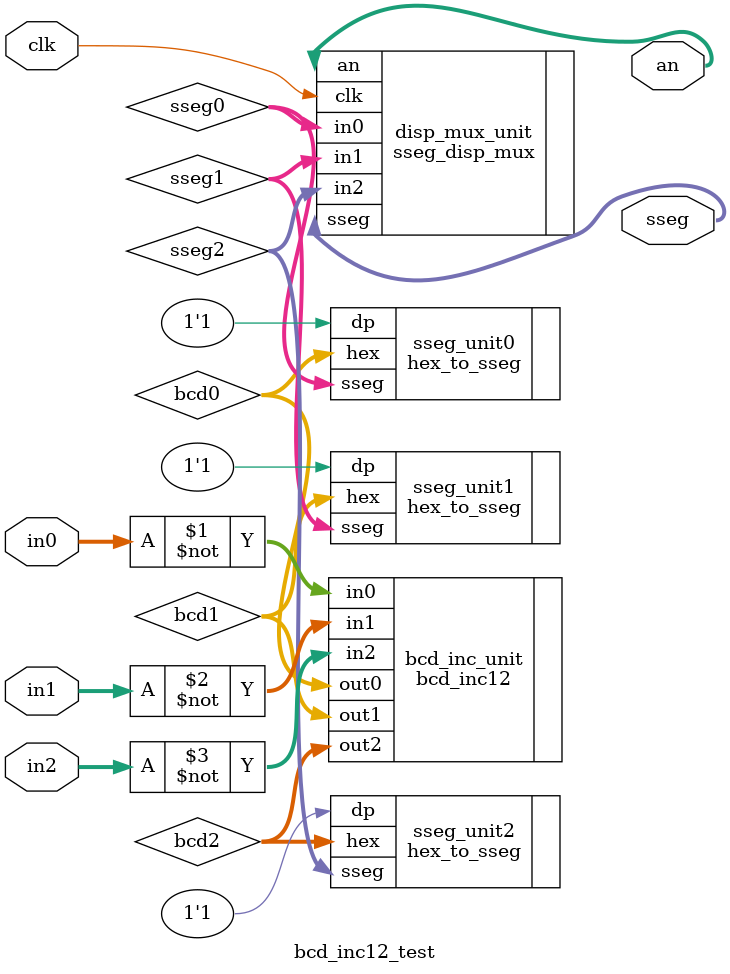
<source format=v>
`timescale 1ns / 1ps

module bcd_inc12_test(
    input clk,
    input [3:0] in0,
    input [3:0] in1,
    input [3:0] in2,
    output [2:0] an,
    output [7:0] sseg
    );

	wire [3:0] bcd0, bcd1, bcd2;
	wire [7:0] sseg0, sseg1, sseg2;
	
	// Active low input
	bcd_inc12 bcd_inc_unit(.in0(~in0), .in1(~in1), .in2(~in2), .out0(bcd0), .out1(bcd1), .out2(bcd2));

	hex_to_sseg sseg_unit0(.hex(bcd0), .dp(1'b1), .sseg(sseg0));
	hex_to_sseg sseg_unit1(.hex(bcd1), .dp(1'b1), .sseg(sseg1));
	hex_to_sseg sseg_unit2(.hex(bcd2), .dp(1'b1), .sseg(sseg2));
	
	sseg_disp_mux disp_mux_unit(.clk(clk), .in0(sseg0), .in1(sseg1), .in2(sseg2), .an(an), .sseg(sseg));

endmodule

</source>
